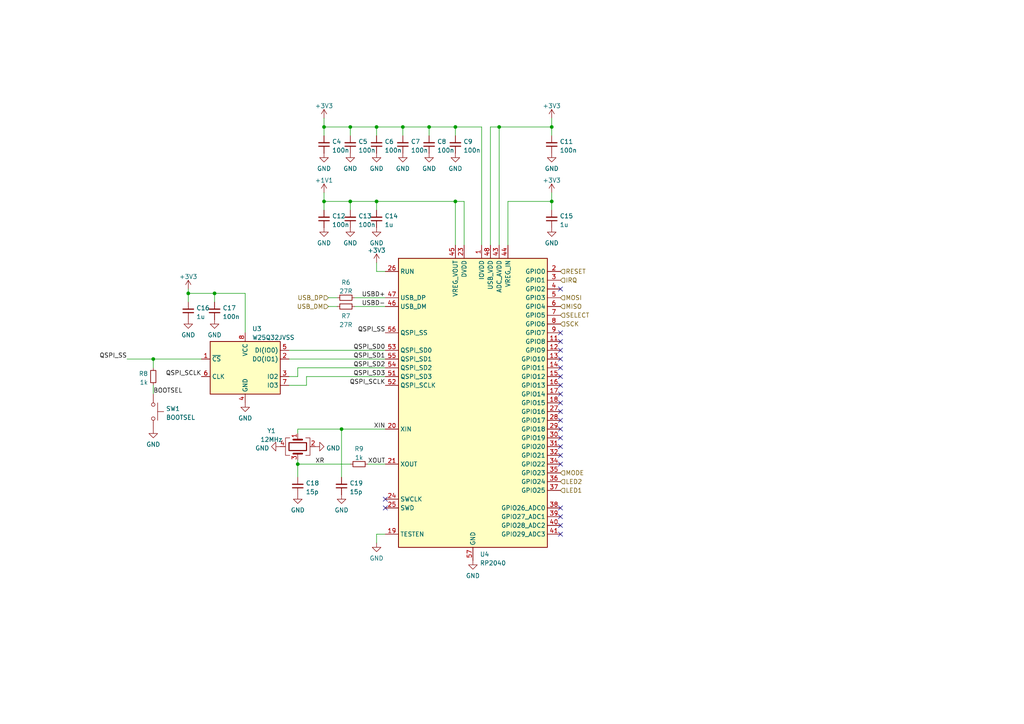
<source format=kicad_sch>
(kicad_sch (version 20211123) (generator eeschema)
  (paper "A4")
  (lib_symbols
    (symbol "Device:C_Small" (pin_numbers hide) (pin_names (offset 0.254) hide)
      (property "Reference" "C" (at 0.254 1.778 0))
      (property "Value" "C_Small" (at 0.254 -2.032 0))
      (symbol "C_Small_0_1"
        (polyline (pts (xy -1.524 -0.508) (xy 1.524 -0.508)) (stroke (width 0.3302)))
        (polyline (pts (xy -1.524 0.508) (xy 1.524 0.508)) (stroke (width 0.3048)))
      )
      (symbol "C_Small_1_1"
        (pin passive line (at 0 2.54 270) (length 2.032) (name "~") (number "1"))
        (pin passive line (at 0 -2.54 90) (length 2.032) (name "~") (number "2"))
      )
    )
    (symbol "Device:Crystal_GND24" (pin_names (offset 1.016) hide)
      (property "Reference" "Y" (at 3.175 5.08 0))
      (property "Value" "Crystal_GND24" (at 3.175 3.175 0))
      (symbol "Crystal_GND24_0_1"
        (rectangle (start -1.143 2.54) (end 1.143 -2.54) (stroke (width 0.3048)))
        (polyline (pts (xy -2.54 0) (xy -2.032 0)))
        (polyline (pts (xy -2.032 -1.27) (xy -2.032 1.27)) (stroke (width 0.508)))
        (polyline (pts (xy 0 -3.81) (xy 0 -3.556)))
        (polyline (pts (xy 0 3.556) (xy 0 3.81)))
        (polyline (pts (xy 2.032 -1.27) (xy 2.032 1.27)) (stroke (width 0.508)))
        (polyline (pts (xy 2.032 0) (xy 2.54 0)))
        (polyline (pts (xy -2.54 -2.286) (xy -2.54 -3.556) (xy 2.54 -3.556) (xy 2.54 -2.286)))
        (polyline (pts (xy -2.54 2.286) (xy -2.54 3.556) (xy 2.54 3.556) (xy 2.54 2.286)))
      )
      (symbol "Crystal_GND24_1_1"
        (pin passive line (at -3.81 0 0) (length 1.27) (name "1") (number "1"))
        (pin passive line (at 0 5.08 270) (length 1.27) (name "2") (number "2"))
        (pin passive line (at 3.81 0 180) (length 1.27) (name "3") (number "3"))
        (pin passive line (at 0 -5.08 90) (length 1.27) (name "4") (number "4"))
      )
    )
    (symbol "Device:R_Small" (pin_numbers hide) (pin_names (offset 0.254) hide)
      (property "Reference" "R" (at 0.762 0.508 0))
      (property "Value" "R_Small" (at 0.762 -1.016 0))
      (symbol "R_Small_0_1"
        (rectangle (start -0.762 1.778) (end 0.762 -1.778) (stroke (width 0.2032)))
      )
      (symbol "R_Small_1_1"
        (pin passive line (at 0 2.54 270) (length 0.762) (name "~") (number "1"))
        (pin passive line (at 0 -2.54 90) (length 0.762) (name "~") (number "2"))
      )
    )
    (symbol "MCU_RaspberryPi:RP2040"
      (property "Reference" "U" (at 17.78 45.72 0))
      (property "Value" "RP2040" (at 17.78 43.18 0))
      (symbol "RP2040_0_1"
        (rectangle (start -21.59 41.91) (end 21.59 -41.91) (stroke (width 0.254)) (fill (type background)))
      )
      (symbol "RP2040_1_1"
        (pin power_in line (at 2.54 45.72 270) (length 3.81) (name "IOVDD") (number "1"))
        (pin passive line (at 2.54 45.72 270) (length 3.81) hide (name "IOVDD") (number "10"))
        (pin bidirectional line (at 25.4 17.78 180) (length 3.81) (name "GPIO8") (number "11"))
        (pin bidirectional line (at 25.4 15.24 180) (length 3.81) (name "GPIO9") (number "12"))
        (pin bidirectional line (at 25.4 12.7 180) (length 3.81) (name "GPIO10") (number "13"))
        (pin bidirectional line (at 25.4 10.16 180) (length 3.81) (name "GPIO11") (number "14"))
        (pin bidirectional line (at 25.4 7.62 180) (length 3.81) (name "GPIO12") (number "15"))
        (pin bidirectional line (at 25.4 5.08 180) (length 3.81) (name "GPIO13") (number "16"))
        (pin bidirectional line (at 25.4 2.54 180) (length 3.81) (name "GPIO14") (number "17"))
        (pin bidirectional line (at 25.4 0 180) (length 3.81) (name "GPIO15") (number "18"))
        (pin input line (at -25.4 -38.1 0) (length 3.81) (name "TESTEN") (number "19"))
        (pin bidirectional line (at 25.4 38.1 180) (length 3.81) (name "GPIO0") (number "2"))
        (pin input line (at -25.4 -7.62 0) (length 3.81) (name "XIN") (number "20"))
        (pin passive line (at -25.4 -17.78 0) (length 3.81) (name "XOUT") (number "21"))
        (pin passive line (at 2.54 45.72 270) (length 3.81) hide (name "IOVDD") (number "22"))
        (pin power_in line (at -2.54 45.72 270) (length 3.81) (name "DVDD") (number "23"))
        (pin output line (at -25.4 -27.94 0) (length 3.81) (name "SWCLK") (number "24"))
        (pin bidirectional line (at -25.4 -30.48 0) (length 3.81) (name "SWD") (number "25"))
        (pin input line (at -25.4 38.1 0) (length 3.81) (name "RUN") (number "26"))
        (pin bidirectional line (at 25.4 -2.54 180) (length 3.81) (name "GPIO16") (number "27"))
        (pin bidirectional line (at 25.4 -5.08 180) (length 3.81) (name "GPIO17") (number "28"))
        (pin bidirectional line (at 25.4 -7.62 180) (length 3.81) (name "GPIO18") (number "29"))
        (pin bidirectional line (at 25.4 35.56 180) (length 3.81) (name "GPIO1") (number "3"))
        (pin bidirectional line (at 25.4 -10.16 180) (length 3.81) (name "GPIO19") (number "30"))
        (pin bidirectional line (at 25.4 -12.7 180) (length 3.81) (name "GPIO20") (number "31"))
        (pin bidirectional line (at 25.4 -15.24 180) (length 3.81) (name "GPIO21") (number "32"))
        (pin passive line (at 2.54 45.72 270) (length 3.81) hide (name "IOVDD") (number "33"))
        (pin bidirectional line (at 25.4 -17.78 180) (length 3.81) (name "GPIO22") (number "34"))
        (pin bidirectional line (at 25.4 -20.32 180) (length 3.81) (name "GPIO23") (number "35"))
        (pin bidirectional line (at 25.4 -22.86 180) (length 3.81) (name "GPIO24") (number "36"))
        (pin bidirectional line (at 25.4 -25.4 180) (length 3.81) (name "GPIO25") (number "37"))
        (pin bidirectional line (at 25.4 -30.48 180) (length 3.81) (name "GPIO26_ADC0") (number "38"))
        (pin bidirectional line (at 25.4 -33.02 180) (length 3.81) (name "GPIO27_ADC1") (number "39"))
        (pin bidirectional line (at 25.4 33.02 180) (length 3.81) (name "GPIO2") (number "4"))
        (pin bidirectional line (at 25.4 -35.56 180) (length 3.81) (name "GPIO28_ADC2") (number "40"))
        (pin bidirectional line (at 25.4 -38.1 180) (length 3.81) (name "GPIO29_ADC3") (number "41"))
        (pin passive line (at 2.54 45.72 270) (length 3.81) hide (name "IOVDD") (number "42"))
        (pin power_in line (at 7.62 45.72 270) (length 3.81) (name "ADC_AVDD") (number "43"))
        (pin power_in line (at 10.16 45.72 270) (length 3.81) (name "VREG_IN") (number "44"))
        (pin power_out line (at -5.08 45.72 270) (length 3.81) (name "VREG_VOUT") (number "45"))
        (pin bidirectional line (at -25.4 27.94 0) (length 3.81) (name "USB_DM") (number "46"))
        (pin bidirectional line (at -25.4 30.48 0) (length 3.81) (name "USB_DP") (number "47"))
        (pin power_in line (at 5.08 45.72 270) (length 3.81) (name "USB_VDD") (number "48"))
        (pin passive line (at 2.54 45.72 270) (length 3.81) hide (name "IOVDD") (number "49"))
        (pin bidirectional line (at 25.4 30.48 180) (length 3.81) (name "GPIO3") (number "5"))
        (pin passive line (at -2.54 45.72 270) (length 3.81) hide (name "DVDD") (number "50"))
        (pin bidirectional line (at -25.4 7.62 0) (length 3.81) (name "QSPI_SD3") (number "51"))
        (pin output line (at -25.4 5.08 0) (length 3.81) (name "QSPI_SCLK") (number "52"))
        (pin bidirectional line (at -25.4 15.24 0) (length 3.81) (name "QSPI_SD0") (number "53"))
        (pin bidirectional line (at -25.4 10.16 0) (length 3.81) (name "QSPI_SD2") (number "54"))
        (pin bidirectional line (at -25.4 12.7 0) (length 3.81) (name "QSPI_SD1") (number "55"))
        (pin bidirectional line (at -25.4 20.32 0) (length 3.81) (name "QSPI_SS") (number "56"))
        (pin power_in line (at 0 -45.72 90) (length 3.81) (name "GND") (number "57"))
        (pin bidirectional line (at 25.4 27.94 180) (length 3.81) (name "GPIO4") (number "6"))
        (pin bidirectional line (at 25.4 25.4 180) (length 3.81) (name "GPIO5") (number "7"))
        (pin bidirectional line (at 25.4 22.86 180) (length 3.81) (name "GPIO6") (number "8"))
        (pin bidirectional line (at 25.4 20.32 180) (length 3.81) (name "GPIO7") (number "9"))
      )
    )
    (symbol "Memory_Flash:W25Q32JVSS"
      (property "Reference" "U" (at -8.89 8.89 0))
      (property "Value" "W25Q32JVSS" (at 7.62 8.89 0))
      (symbol "W25Q32JVSS_0_1"
        (rectangle (start -10.16 7.62) (end 10.16 -7.62) (stroke (width 0.254)) (fill (type background)))
      )
      (symbol "W25Q32JVSS_1_1"
        (pin input line (at -12.7 2.54 0) (length 2.54) (name "~{CS}") (number "1"))
        (pin bidirectional line (at 12.7 2.54 180) (length 2.54) (name "DO(IO1)") (number "2"))
        (pin bidirectional line (at 12.7 -2.54 180) (length 2.54) (name "IO2") (number "3"))
        (pin power_in line (at 0 -10.16 90) (length 2.54) (name "GND") (number "4"))
        (pin bidirectional line (at 12.7 5.08 180) (length 2.54) (name "DI(IO0)") (number "5"))
        (pin input line (at -12.7 -2.54 0) (length 2.54) (name "CLK") (number "6"))
        (pin bidirectional line (at 12.7 -5.08 180) (length 2.54) (name "IO3") (number "7"))
        (pin power_in line (at 0 10.16 270) (length 2.54) (name "VCC") (number "8"))
      )
    )
    (symbol "Switch:SW_Push" (pin_numbers hide) (pin_names (offset 1.016) hide)
      (property "Reference" "SW" (at 1.27 2.54 0))
      (property "Value" "SW_Push" (at 0 -1.524 0))
      (symbol "SW_Push_0_1"
        (circle (center -2.032 0) (radius 0.508))
        (polyline (pts (xy 0 1.27) (xy 0 3.048)))
        (polyline (pts (xy 2.54 1.27) (xy -2.54 1.27)))
        (circle (center 2.032 0) (radius 0.508))
        (pin passive line (at -5.08 0 0) (length 2.54) (name "1") (number "1"))
        (pin passive line (at 5.08 0 180) (length 2.54) (name "2") (number "2"))
      )
    )
    (symbol "power:+1V1" (power) (pin_names (offset 0))
      (property "Value" "+1V1" (at 0 3.556 0))
      (symbol "+1V1_0_1"
        (polyline (pts (xy -0.762 1.27) (xy 0 2.54)))
        (polyline (pts (xy 0 0) (xy 0 2.54)))
        (polyline (pts (xy 0 2.54) (xy 0.762 1.27)))
      )
      (symbol "+1V1_1_1"
        (pin power_in line (at 0 0 90) (length 0) hide (name "+1V1") (number "1"))
      )
    )
    (symbol "power:+3V3" (power) (pin_names (offset 0))
      (property "Value" "+3V3" (at 0 3.556 0))
      (symbol "+3V3_0_1"
        (polyline (pts (xy -0.762 1.27) (xy 0 2.54)))
        (polyline (pts (xy 0 0) (xy 0 2.54)))
        (polyline (pts (xy 0 2.54) (xy 0.762 1.27)))
      )
      (symbol "+3V3_1_1"
        (pin power_in line (at 0 0 90) (length 0) hide (name "+3V3") (number "1"))
      )
    )
    (symbol "power:GND" (power) (pin_names (offset 0))
      (property "Value" "GND" (at 0 -3.81 0))
      (symbol "GND_0_1"
        (polyline (pts (xy 0 0) (xy 0 -1.27) (xy 1.27 -1.27) (xy 0 -2.54) (xy -1.27 -1.27) (xy 0 -1.27)))
      )
      (symbol "GND_1_1"
        (pin power_in line (at 0 0 270) (length 0) hide (name "GND") (number "1"))
      )
    )
  )
  (junction (at 160.02 36.83))
  (junction (at 93.98 36.83))
  (junction (at 144.78 36.83))
  (junction (at 132.08 58.42))
  (junction (at 93.98 58.42))
  (junction (at 101.6 58.42))
  (junction (at 62.23 85.09))
  (junction (at 109.22 36.83))
  (junction (at 44.45 104.14))
  (junction (at 99.06 124.46))
  (junction (at 101.6 36.83))
  (junction (at 116.84 36.83))
  (junction (at 124.46 36.83))
  (junction (at 109.22 58.42))
  (junction (at 86.36 134.62))
  (junction (at 160.02 58.42))
  (junction (at 132.08 36.83))
  (junction (at 54.61 85.09))
  (no_connect (at 111.76 144.78))
  (no_connect (at 162.56 134.62))
  (no_connect (at 162.56 99.06))
  (no_connect (at 162.56 154.94))
  (no_connect (at 162.56 152.4))
  (no_connect (at 162.56 121.92))
  (no_connect (at 162.56 147.32))
  (no_connect (at 162.56 111.76))
  (no_connect (at 162.56 127))
  (no_connect (at 162.56 149.86))
  (no_connect (at 162.56 124.46))
  (no_connect (at 162.56 104.14))
  (no_connect (at 162.56 116.84))
  (no_connect (at 162.56 109.22))
  (no_connect (at 162.56 129.54))
  (no_connect (at 162.56 132.08))
  (no_connect (at 162.56 106.68))
  (no_connect (at 162.56 101.6))
  (no_connect (at 162.56 96.52))
  (no_connect (at 162.56 83.82))
  (no_connect (at 162.56 119.38))
  (no_connect (at 111.76 147.32))
  (no_connect (at 162.56 114.3))
  (wire (pts (xy 142.24 36.83) (xy 142.24 71.12)))
  (wire (pts (xy 99.06 124.46) (xy 86.36 124.46)))
  (wire (pts (xy 54.61 85.09) (xy 62.23 85.09)))
  (wire (pts (xy 144.78 36.83) (xy 144.78 71.12)))
  (wire (pts (xy 88.9 109.22) (xy 111.76 109.22)))
  (wire (pts (xy 142.24 36.83) (xy 144.78 36.83)))
  (wire (pts (xy 44.45 104.14) (xy 58.42 104.14)))
  (wire (pts (xy 111.76 124.46) (xy 99.06 124.46)))
  (wire (pts (xy 93.98 34.29) (xy 93.98 36.83)))
  (wire (pts (xy 83.82 104.14) (xy 111.76 104.14)))
  (wire (pts (xy 139.7 71.12) (xy 139.7 36.83)))
  (wire (pts (xy 86.36 134.62) (xy 101.6 134.62)))
  (wire (pts (xy 132.08 58.42) (xy 132.08 71.12)))
  (wire (pts (xy 93.98 58.42) (xy 101.6 58.42)))
  (wire (pts (xy 83.82 101.6) (xy 111.76 101.6)))
  (wire (pts (xy 160.02 34.29) (xy 160.02 36.83)))
  (wire (pts (xy 93.98 55.88) (xy 93.98 58.42)))
  (wire (pts (xy 101.6 36.83) (xy 101.6 39.37)))
  (wire (pts (xy 109.22 36.83) (xy 116.84 36.83)))
  (wire (pts (xy 101.6 36.83) (xy 109.22 36.83)))
  (wire (pts (xy 111.76 154.94) (xy 109.22 154.94)))
  (wire (pts (xy 101.6 60.96) (xy 101.6 58.42)))
  (wire (pts (xy 93.98 36.83) (xy 101.6 36.83)))
  (wire (pts (xy 102.87 88.9) (xy 111.76 88.9)))
  (wire (pts (xy 109.22 154.94) (xy 109.22 157.48)))
  (wire (pts (xy 54.61 83.82) (xy 54.61 85.09)))
  (wire (pts (xy 95.25 86.36) (xy 97.79 86.36)))
  (wire (pts (xy 36.83 104.14) (xy 44.45 104.14)))
  (wire (pts (xy 109.22 58.42) (xy 109.22 60.96)))
  (wire (pts (xy 62.23 85.09) (xy 62.23 87.63)))
  (wire (pts (xy 86.36 109.22) (xy 86.36 106.68)))
  (wire (pts (xy 134.62 58.42) (xy 134.62 71.12)))
  (wire (pts (xy 83.82 111.76) (xy 88.9 111.76)))
  (wire (pts (xy 132.08 36.83) (xy 132.08 39.37)))
  (wire (pts (xy 144.78 36.83) (xy 160.02 36.83)))
  (wire (pts (xy 44.45 111.76) (xy 44.45 114.3)))
  (wire (pts (xy 132.08 58.42) (xy 109.22 58.42)))
  (wire (pts (xy 116.84 36.83) (xy 116.84 39.37)))
  (wire (pts (xy 93.98 60.96) (xy 93.98 58.42)))
  (wire (pts (xy 109.22 36.83) (xy 109.22 39.37)))
  (wire (pts (xy 71.12 96.52) (xy 71.12 85.09)))
  (wire (pts (xy 147.32 58.42) (xy 160.02 58.42)))
  (wire (pts (xy 106.68 134.62) (xy 111.76 134.62)))
  (wire (pts (xy 88.9 111.76) (xy 88.9 109.22)))
  (wire (pts (xy 116.84 36.83) (xy 124.46 36.83)))
  (wire (pts (xy 54.61 87.63) (xy 54.61 85.09)))
  (wire (pts (xy 95.25 88.9) (xy 97.79 88.9)))
  (wire (pts (xy 132.08 36.83) (xy 139.7 36.83)))
  (wire (pts (xy 109.22 78.74) (xy 111.76 78.74)))
  (wire (pts (xy 160.02 58.42) (xy 160.02 60.96)))
  (wire (pts (xy 71.12 85.09) (xy 62.23 85.09)))
  (wire (pts (xy 86.36 124.46) (xy 86.36 125.73)))
  (wire (pts (xy 160.02 55.88) (xy 160.02 58.42)))
  (wire (pts (xy 93.98 39.37) (xy 93.98 36.83)))
  (wire (pts (xy 124.46 36.83) (xy 132.08 36.83)))
  (wire (pts (xy 86.36 134.62) (xy 86.36 133.35)))
  (wire (pts (xy 86.36 106.68) (xy 111.76 106.68)))
  (wire (pts (xy 44.45 104.14) (xy 44.45 106.68)))
  (wire (pts (xy 101.6 58.42) (xy 109.22 58.42)))
  (wire (pts (xy 147.32 71.12) (xy 147.32 58.42)))
  (wire (pts (xy 83.82 109.22) (xy 86.36 109.22)))
  (wire (pts (xy 86.36 134.62) (xy 86.36 138.43)))
  (wire (pts (xy 102.87 86.36) (xy 111.76 86.36)))
  (wire (pts (xy 160.02 39.37) (xy 160.02 36.83)))
  (wire (pts (xy 109.22 76.2) (xy 109.22 78.74)))
  (wire (pts (xy 99.06 124.46) (xy 99.06 138.43)))
  (wire (pts (xy 124.46 36.83) (xy 124.46 39.37)))
  (wire (pts (xy 134.62 58.42) (xy 132.08 58.42)))
  (label "QSPI_SD3" (at 111.76 109.22 180))
  (label "QSPI_SD0" (at 111.76 101.6 180))
  (label "XIN" (at 111.76 124.46 180))
  (label "USBD-" (at 111.76 88.9 180))
  (label "QSPI_SD1" (at 111.76 104.14 180))
  (label "QSPI_SD2" (at 111.76 106.68 180))
  (label "QSPI_SS" (at 111.76 96.52 180))
  (label "QSPI_SS" (at 36.83 104.14 180))
  (label "QSPI_SCLK" (at 111.76 111.76 180))
  (label "USBD+" (at 111.76 86.36 180))
  (label "XR" (at 91.44 134.62 0))
  (label "BOOTSEL" (at 44.45 114.3 0))
  (label "XOUT" (at 111.76 134.62 180))
  (label "QSPI_SCLK" (at 58.42 109.22 180))
  (hierarchical_label "USB_DM" (shape input) (at 95.25 88.9 180))
  (hierarchical_label "MODE" (shape input) (at 162.56 137.16 0))
  (hierarchical_label "SELECT" (shape input) (at 162.56 91.44 0))
  (hierarchical_label "RESET" (shape input) (at 162.56 78.74 0))
  (hierarchical_label "LED1" (shape input) (at 162.56 142.24 0))
  (hierarchical_label "LED2" (shape input) (at 162.56 139.7 0))
  (hierarchical_label "MOSI" (shape input) (at 162.56 86.36 0))
  (hierarchical_label "IRQ" (shape input) (at 162.56 81.28 0))
  (hierarchical_label "SCK" (shape input) (at 162.56 93.98 0))
  (hierarchical_label "MISO" (shape input) (at 162.56 88.9 0))
  (hierarchical_label "USB_DP" (shape input) (at 95.25 86.36 180))
  (symbol (lib_id "MCU_RaspberryPi:RP2040") (at 137.16 116.84 0) (unit 1)
    (property "Reference" "U4" (at 139.1794 160.7804 0) (effects (justify left)))
    (property "Value" "RP2040" (at 139.1794 163.3173 0) (effects (justify left)))
    (property "Footprint" "Package_DFN_QFN:QFN-56-1EP_7x7mm_P0.4mm_EP3.2x3.2mm" (effects hide))
    (property "Datasheet" "https://datasheets.raspberrypi.com/rp2040/rp2040-datasheet.pdf" (effects hide))
    (property "LCSC" "C2040" (effects hide))
  )
  (symbol (lib_id "power:+3V3") (at 109.22 76.2 0) (unit 1)
    (property "Reference" "#PWR0122" (effects hide))
    (property "Value" "+3V3" (at 109.22 72.6242 0))
  )
  (symbol (lib_id "Device:C_Small") (at 160.02 63.5 180) (unit 1)
    (property "Reference" "C15" (at 162.3441 62.6589 0) (effects (justify right)))
    (property "Value" "1u" (at 162.3441 65.1958 0) (effects (justify right)))
    (property "Footprint" "Capacitor_SMD:C_0402_1005Metric" (effects hide))
    (property "LCSC" "C52923" (effects hide))
  )
  (symbol (lib_id "power:GND") (at 160.02 44.45 0) (unit 1)
    (property "Reference" "#PWR0106" (effects hide))
    (property "Value" "GND" (at 160.02 48.8934 0))
  )
  (symbol (lib_id "Device:C_Small") (at 93.98 41.91 180) (unit 1)
    (property "Reference" "C4" (at 96.3041 41.0689 0) (effects (justify right)))
    (property "Value" "100n" (at 96.3041 43.6058 0) (effects (justify right)))
    (property "Footprint" "Capacitor_SMD:C_0402_1005Metric" (effects hide))
    (property "LCSC" "C1525" (effects hide))
  )
  (symbol (lib_id "Device:Crystal_GND24") (at 86.36 129.54 270) (unit 1)
    (property "Reference" "Y1" (at 78.7211 124.9511 90))
    (property "Value" "12MHz" (at 78.7211 127.488 90))
    (property "Footprint" "Crystal:Crystal_SMD_3225-4Pin_3.2x2.5mm" (effects hide))
    (property "LCSC" "C9002" (effects hide))
  )
  (symbol (lib_id "Device:C_Small") (at 116.84 41.91 180) (unit 1)
    (property "Reference" "C7" (at 119.1641 41.0689 0) (effects (justify right)))
    (property "Value" "100n" (at 119.1641 43.6058 0) (effects (justify right)))
    (property "Footprint" "Capacitor_SMD:C_0402_1005Metric" (effects hide))
    (property "LCSC" "C1525" (effects hide))
  )
  (symbol (lib_id "Memory_Flash:W25Q32JVSS") (at 71.12 106.68 0) (unit 1)
    (property "Reference" "U3" (at 73.1394 95.3602 0) (effects (justify left)))
    (property "Value" "W25Q32JVSS" (at 73.1394 97.8971 0) (effects (justify left)))
    (property "Footprint" "Package_SO:SOIC-8_5.23x5.23mm_P1.27mm" (effects hide))
    (property "Datasheet" "http://www.winbond.com/resource-files/w25q32jv%20revg%2003272018%20plus.pdf" (effects hide))
    (property "LCSC" "C179173" (effects hide))
  )
  (symbol (lib_id "Device:C_Small") (at 160.02 41.91 180) (unit 1)
    (property "Reference" "C11" (at 162.3441 41.0689 0) (effects (justify right)))
    (property "Value" "100n" (at 162.3441 43.6058 0) (effects (justify right)))
    (property "Footprint" "Capacitor_SMD:C_0402_1005Metric" (effects hide))
    (property "LCSC" "C1525" (effects hide))
  )
  (symbol (lib_id "Device:C_Small") (at 99.06 140.97 180) (unit 1)
    (property "Reference" "C19" (at 101.3841 140.1289 0) (effects (justify right)))
    (property "Value" "15p" (at 101.3841 142.6658 0) (effects (justify right)))
    (property "Footprint" "Capacitor_SMD:C_0402_1005Metric" (effects hide))
    (property "LCSC" "C1548" (effects hide))
  )
  (symbol (lib_id "power:GND") (at 137.16 162.56 0) (unit 1)
    (property "Reference" "#PWR0130" (effects hide))
    (property "Value" "GND" (at 137.16 167.0034 0))
  )
  (symbol (lib_id "power:GND") (at 116.84 44.45 0) (unit 1)
    (property "Reference" "#PWR0117" (effects hide))
    (property "Value" "GND" (at 116.84 48.8934 0))
  )
  (symbol (lib_id "Device:R_Small") (at 104.14 134.62 90) (unit 1)
    (property "Reference" "R9" (at 104.14 130.1836 90))
    (property "Value" "1k" (at 104.14 132.7205 90))
    (property "Footprint" "Resistor_SMD:R_0402_1005Metric" (effects hide))
    (property "LCSC" "C11702" (effects hide))
  )
  (symbol (lib_id "power:GND") (at 44.45 124.46 0) (unit 1)
    (property "Reference" "#PWR0121" (effects hide))
    (property "Value" "GND" (at 44.45 128.9034 0))
  )
  (symbol (lib_id "power:GND") (at 109.22 157.48 0) (unit 1)
    (property "Reference" "#PWR0129" (effects hide))
    (property "Value" "GND" (at 109.22 161.9234 0))
  )
  (symbol (lib_id "Device:C_Small") (at 109.22 41.91 180) (unit 1)
    (property "Reference" "C6" (at 111.5441 41.0689 0) (effects (justify right)))
    (property "Value" "100n" (at 111.5441 43.6058 0) (effects (justify right)))
    (property "Footprint" "Capacitor_SMD:C_0402_1005Metric" (effects hide))
    (property "LCSC" "C1525" (effects hide))
  )
  (symbol (lib_id "Device:C_Small") (at 93.98 63.5 180) (unit 1)
    (property "Reference" "C12" (at 96.3041 62.6589 0) (effects (justify right)))
    (property "Value" "100n" (at 96.3041 65.1958 0) (effects (justify right)))
    (property "Footprint" "Capacitor_SMD:C_0402_1005Metric" (effects hide))
    (property "LCSC" "C1525" (effects hide))
  )
  (symbol (lib_id "Device:C_Small") (at 54.61 90.17 180) (unit 1)
    (property "Reference" "C16" (at 56.9341 89.3289 0) (effects (justify right)))
    (property "Value" "1u" (at 56.9341 91.8658 0) (effects (justify right)))
    (property "Footprint" "Capacitor_SMD:C_0402_1005Metric" (effects hide))
    (property "LCSC" "C52923" (effects hide))
  )
  (symbol (lib_id "Device:C_Small") (at 124.46 41.91 180) (unit 1)
    (property "Reference" "C8" (at 126.7841 41.0689 0) (effects (justify right)))
    (property "Value" "100n" (at 126.7841 43.6058 0) (effects (justify right)))
    (property "Footprint" "Capacitor_SMD:C_0402_1005Metric" (effects hide))
    (property "LCSC" "C1525" (effects hide))
  )
  (symbol (lib_id "Device:R_Small") (at 44.45 109.22 180) (unit 1)
    (property "Reference" "R8" (at 42.9514 108.3853 0) (effects (justify left)))
    (property "Value" "1k" (at 42.9514 110.9222 0) (effects (justify left)))
    (property "Footprint" "Resistor_SMD:R_0402_1005Metric" (effects hide))
    (property "LCSC" "C11702" (effects hide))
  )
  (symbol (lib_id "power:GND") (at 54.61 92.71 0) (unit 1)
    (property "Reference" "#PWR0123" (effects hide))
    (property "Value" "GND" (at 54.61 97.1534 0))
  )
  (symbol (lib_id "power:+1V1") (at 93.98 55.88 0) (unit 1)
    (property "Reference" "#PWR0114" (effects hide))
    (property "Value" "+1V1" (at 93.98 52.3042 0))
  )
  (symbol (lib_id "power:GND") (at 86.36 143.51 0) (unit 1)
    (property "Reference" "#PWR0128" (effects hide))
    (property "Value" "GND" (at 86.36 147.9534 0))
  )
  (symbol (lib_id "power:GND") (at 81.28 129.54 270) (unit 1)
    (property "Reference" "#PWR0125" (effects hide))
    (property "Value" "GND" (at 78.1051 129.9738 90) (effects (justify right)))
  )
  (symbol (lib_id "power:GND") (at 71.12 116.84 0) (unit 1)
    (property "Reference" "#PWR0119" (effects hide))
    (property "Value" "GND" (at 71.12 121.2834 0))
  )
  (symbol (lib_id "power:+3V3") (at 93.98 34.29 0) (unit 1)
    (property "Reference" "#PWR0116" (effects hide))
    (property "Value" "+3V3" (at 93.98 30.7142 0))
  )
  (symbol (lib_id "power:GND") (at 132.08 44.45 0) (unit 1)
    (property "Reference" "#PWR0108" (effects hide))
    (property "Value" "GND" (at 132.08 48.8934 0))
  )
  (symbol (lib_id "power:GND") (at 101.6 66.04 0) (unit 1)
    (property "Reference" "#PWR0109" (effects hide))
    (property "Value" "GND" (at 101.6 70.4834 0))
  )
  (symbol (lib_id "power:GND") (at 160.02 66.04 0) (unit 1)
    (property "Reference" "#PWR0102" (effects hide))
    (property "Value" "GND" (at 160.02 70.4834 0))
  )
  (symbol (lib_id "power:GND") (at 124.46 44.45 0) (unit 1)
    (property "Reference" "#PWR0118" (effects hide))
    (property "Value" "GND" (at 124.46 48.8934 0))
  )
  (symbol (lib_id "power:GND") (at 93.98 44.45 0) (unit 1)
    (property "Reference" "#PWR0115" (effects hide))
    (property "Value" "GND" (at 93.98 48.8934 0))
  )
  (symbol (lib_id "Switch:SW_Push") (at 44.45 119.38 270) (unit 1)
    (property "Reference" "SW1" (at 48.133 118.5453 90) (effects (justify left)))
    (property "Value" "BOOTSEL" (at 48.133 121.0822 90) (effects (justify left)))
    (property "Footprint" "Button_Switch_SMD:SW_SPST_TL3342" (effects hide))
    (property "LCSC" "C318884" (effects hide))
  )
  (symbol (lib_id "Device:R_Small") (at 100.33 86.36 90) (unit 1)
    (property "Reference" "R6" (at 100.33 81.9236 90))
    (property "Value" "27R" (at 100.33 84.4605 90))
    (property "Footprint" "Resistor_SMD:R_0402_1005Metric" (effects hide))
    (property "LCSC" "C25100" (effects hide))
  )
  (symbol (lib_id "Device:C_Small") (at 101.6 41.91 180) (unit 1)
    (property "Reference" "C5" (at 103.9241 41.0689 0) (effects (justify right)))
    (property "Value" "100n" (at 103.9241 43.6058 0) (effects (justify right)))
    (property "Footprint" "Capacitor_SMD:C_0402_1005Metric" (effects hide))
    (property "LCSC" "C1525" (effects hide))
  )
  (symbol (lib_id "power:GND") (at 91.44 129.54 90) (unit 1)
    (property "Reference" "#PWR0126" (effects hide))
    (property "Value" "GND" (at 94.615 129.9738 90) (effects (justify right)))
  )
  (symbol (lib_id "Device:C_Small") (at 62.23 90.17 180) (unit 1)
    (property "Reference" "C17" (at 64.5541 89.3289 0) (effects (justify right)))
    (property "Value" "100n" (at 64.5541 91.8658 0) (effects (justify right)))
    (property "Footprint" "Capacitor_SMD:C_0402_1005Metric" (effects hide))
    (property "LCSC" "C1525" (effects hide))
  )
  (symbol (lib_id "power:GND") (at 62.23 92.71 0) (unit 1)
    (property "Reference" "#PWR0120" (effects hide))
    (property "Value" "GND" (at 62.23 97.1534 0))
  )
  (symbol (lib_id "Device:C_Small") (at 86.36 140.97 180) (unit 1)
    (property "Reference" "C18" (at 88.6841 140.1289 0) (effects (justify right)))
    (property "Value" "15p" (at 88.6841 142.6658 0) (effects (justify right)))
    (property "Footprint" "Capacitor_SMD:C_0402_1005Metric" (effects hide))
    (property "LCSC" "C1548" (effects hide))
  )
  (symbol (lib_id "power:+3V3") (at 160.02 55.88 0) (unit 1)
    (property "Reference" "#PWR0101" (effects hide))
    (property "Value" "+3V3" (at 160.02 52.3042 0))
  )
  (symbol (lib_id "power:GND") (at 109.22 44.45 0) (unit 1)
    (property "Reference" "#PWR0112" (effects hide))
    (property "Value" "GND" (at 109.22 48.8934 0))
  )
  (symbol (lib_id "Device:C_Small") (at 101.6 63.5 180) (unit 1)
    (property "Reference" "C13" (at 103.9241 62.6589 0) (effects (justify right)))
    (property "Value" "100n" (at 103.9241 65.1958 0) (effects (justify right)))
    (property "Footprint" "Capacitor_SMD:C_0402_1005Metric" (effects hide))
    (property "LCSC" "C1525" (effects hide))
  )
  (symbol (lib_id "Device:C_Small") (at 109.22 63.5 180) (unit 1)
    (property "Reference" "C14" (at 111.5441 62.6589 0) (effects (justify right)))
    (property "Value" "1u" (at 111.5441 65.1958 0) (effects (justify right)))
    (property "Footprint" "Capacitor_SMD:C_0402_1005Metric" (effects hide))
    (property "LCSC" "C52923" (effects hide))
  )
  (symbol (lib_id "Device:R_Small") (at 100.33 88.9 90) (unit 1)
    (property "Reference" "R7" (at 100.33 91.667 90))
    (property "Value" "27R" (at 100.33 94.2039 90))
    (property "Footprint" "Resistor_SMD:R_0402_1005Metric" (effects hide))
    (property "LCSC" "C25100" (effects hide))
  )
  (symbol (lib_id "power:GND") (at 109.22 66.04 0) (unit 1)
    (property "Reference" "#PWR0110" (effects hide))
    (property "Value" "GND" (at 109.22 70.4834 0))
  )
  (symbol (lib_id "power:GND") (at 93.98 66.04 0) (unit 1)
    (property "Reference" "#PWR0111" (effects hide))
    (property "Value" "GND" (at 93.98 70.4834 0))
  )
  (symbol (lib_id "power:+3V3") (at 54.61 83.82 0) (unit 1)
    (property "Reference" "#PWR0124" (effects hide))
    (property "Value" "+3V3" (at 54.61 80.2442 0))
  )
  (symbol (lib_id "power:GND") (at 101.6 44.45 0) (unit 1)
    (property "Reference" "#PWR0113" (effects hide))
    (property "Value" "GND" (at 101.6 48.8934 0))
  )
  (symbol (lib_id "power:+3V3") (at 160.02 34.29 0) (unit 1)
    (property "Reference" "#PWR0103" (effects hide))
    (property "Value" "+3V3" (at 160.02 30.7142 0))
  )
  (symbol (lib_id "power:GND") (at 99.06 143.51 0) (unit 1)
    (property "Reference" "#PWR0127" (effects hide))
    (property "Value" "GND" (at 99.06 147.9534 0))
  )
  (symbol (lib_id "Device:C_Small") (at 132.08 41.91 180) (unit 1)
    (property "Reference" "C9" (at 134.4041 41.0689 0) (effects (justify right)))
    (property "Value" "100n" (at 134.4041 43.6058 0) (effects (justify right)))
    (property "Footprint" "Capacitor_SMD:C_0402_1005Metric" (effects hide))
    (property "LCSC" "C1525" (effects hide))
  )
)
</source>
